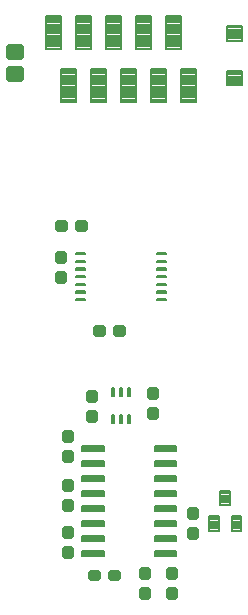
<source format=gbr>
G04 EAGLE Gerber RS-274X export*
G75*
%MOMM*%
%FSLAX34Y34*%
%LPD*%
%INSolderpaste Top*%
%IPPOS*%
%AMOC8*
5,1,8,0,0,1.08239X$1,22.5*%
G01*
%ADD10C,0.500000*%
%ADD11C,0.650000*%
%ADD12C,0.196000*%
%ADD13C,0.195000*%
%ADD14C,0.201166*%
%ADD15C,0.198119*%
%ADD16C,0.200000*%
%ADD17C,0.198688*%


D10*
X-48500Y2500D02*
X-48500Y-3500D01*
X-53500Y-3500D01*
X-53500Y2500D01*
X-48500Y2500D01*
X-48500Y1250D02*
X-53500Y1250D01*
X-48500Y13500D02*
X-48500Y19500D01*
X-48500Y13500D02*
X-53500Y13500D01*
X-53500Y19500D01*
X-48500Y19500D01*
X-48500Y18250D02*
X-53500Y18250D01*
D11*
X-94250Y187250D02*
X-94250Y193750D01*
X-85750Y193750D01*
X-85750Y187250D01*
X-94250Y187250D01*
X-94250Y193425D02*
X-85750Y193425D01*
X-94250Y174750D02*
X-94250Y168250D01*
X-94250Y174750D02*
X-85750Y174750D01*
X-85750Y168250D01*
X-94250Y168250D01*
X-94250Y174425D02*
X-85750Y174425D01*
D10*
X-8500Y-250500D02*
X-2500Y-250500D01*
X-2500Y-255500D01*
X-8500Y-255500D01*
X-8500Y-250500D01*
X-8500Y-250750D02*
X-2500Y-250750D01*
X-19500Y-250500D02*
X-25500Y-250500D01*
X-19500Y-250500D02*
X-19500Y-255500D01*
X-25500Y-255500D01*
X-25500Y-250500D01*
X-25500Y-250750D02*
X-19500Y-250750D01*
X-21500Y-48500D02*
X-15500Y-48500D01*
X-21500Y-48500D02*
X-21500Y-43500D01*
X-15500Y-43500D01*
X-15500Y-48500D01*
X-15500Y-43750D02*
X-21500Y-43750D01*
X-4500Y-48500D02*
X1500Y-48500D01*
X-4500Y-48500D02*
X-4500Y-43500D01*
X1500Y-43500D01*
X1500Y-48500D01*
X1500Y-43750D02*
X-4500Y-43750D01*
D12*
X89980Y161980D02*
X89980Y174020D01*
X102020Y174020D01*
X102020Y161980D01*
X89980Y161980D01*
X89980Y163842D02*
X102020Y163842D01*
X102020Y165704D02*
X89980Y165704D01*
X89980Y167566D02*
X102020Y167566D01*
X102020Y169428D02*
X89980Y169428D01*
X89980Y171290D02*
X102020Y171290D01*
X102020Y173152D02*
X89980Y173152D01*
X89980Y199980D02*
X89980Y212020D01*
X102020Y212020D01*
X102020Y199980D01*
X89980Y199980D01*
X89980Y201842D02*
X102020Y201842D01*
X102020Y203704D02*
X89980Y203704D01*
X89980Y205566D02*
X102020Y205566D01*
X102020Y207428D02*
X89980Y207428D01*
X89980Y209290D02*
X102020Y209290D01*
X102020Y211152D02*
X89980Y211152D01*
D13*
X63675Y176125D02*
X50625Y176125D01*
X63675Y176125D02*
X63675Y148075D01*
X50625Y148075D01*
X50625Y176125D01*
X50625Y149927D02*
X63675Y149927D01*
X63675Y151779D02*
X50625Y151779D01*
X50625Y153631D02*
X63675Y153631D01*
X63675Y155483D02*
X50625Y155483D01*
X50625Y157335D02*
X63675Y157335D01*
X63675Y159187D02*
X50625Y159187D01*
X50625Y161039D02*
X63675Y161039D01*
X63675Y162891D02*
X50625Y162891D01*
X50625Y164743D02*
X63675Y164743D01*
X63675Y166595D02*
X50625Y166595D01*
X50625Y168447D02*
X63675Y168447D01*
X63675Y170299D02*
X50625Y170299D01*
X50625Y172151D02*
X63675Y172151D01*
X63675Y174003D02*
X50625Y174003D01*
X50625Y175855D02*
X63675Y175855D01*
X50975Y221125D02*
X37925Y221125D01*
X50975Y221125D02*
X50975Y193075D01*
X37925Y193075D01*
X37925Y221125D01*
X37925Y194927D02*
X50975Y194927D01*
X50975Y196779D02*
X37925Y196779D01*
X37925Y198631D02*
X50975Y198631D01*
X50975Y200483D02*
X37925Y200483D01*
X37925Y202335D02*
X50975Y202335D01*
X50975Y204187D02*
X37925Y204187D01*
X37925Y206039D02*
X50975Y206039D01*
X50975Y207891D02*
X37925Y207891D01*
X37925Y209743D02*
X50975Y209743D01*
X50975Y211595D02*
X37925Y211595D01*
X37925Y213447D02*
X50975Y213447D01*
X50975Y215299D02*
X37925Y215299D01*
X37925Y217151D02*
X50975Y217151D01*
X50975Y219003D02*
X37925Y219003D01*
X37925Y220855D02*
X50975Y220855D01*
X38275Y176125D02*
X25225Y176125D01*
X38275Y176125D02*
X38275Y148075D01*
X25225Y148075D01*
X25225Y176125D01*
X25225Y149927D02*
X38275Y149927D01*
X38275Y151779D02*
X25225Y151779D01*
X25225Y153631D02*
X38275Y153631D01*
X38275Y155483D02*
X25225Y155483D01*
X25225Y157335D02*
X38275Y157335D01*
X38275Y159187D02*
X25225Y159187D01*
X25225Y161039D02*
X38275Y161039D01*
X38275Y162891D02*
X25225Y162891D01*
X25225Y164743D02*
X38275Y164743D01*
X38275Y166595D02*
X25225Y166595D01*
X25225Y168447D02*
X38275Y168447D01*
X38275Y170299D02*
X25225Y170299D01*
X25225Y172151D02*
X38275Y172151D01*
X38275Y174003D02*
X25225Y174003D01*
X25225Y175855D02*
X38275Y175855D01*
X25575Y221125D02*
X12525Y221125D01*
X25575Y221125D02*
X25575Y193075D01*
X12525Y193075D01*
X12525Y221125D01*
X12525Y194927D02*
X25575Y194927D01*
X25575Y196779D02*
X12525Y196779D01*
X12525Y198631D02*
X25575Y198631D01*
X25575Y200483D02*
X12525Y200483D01*
X12525Y202335D02*
X25575Y202335D01*
X25575Y204187D02*
X12525Y204187D01*
X12525Y206039D02*
X25575Y206039D01*
X25575Y207891D02*
X12525Y207891D01*
X12525Y209743D02*
X25575Y209743D01*
X25575Y211595D02*
X12525Y211595D01*
X12525Y213447D02*
X25575Y213447D01*
X25575Y215299D02*
X12525Y215299D01*
X12525Y217151D02*
X25575Y217151D01*
X25575Y219003D02*
X12525Y219003D01*
X12525Y220855D02*
X25575Y220855D01*
X12875Y176125D02*
X-175Y176125D01*
X12875Y176125D02*
X12875Y148075D01*
X-175Y148075D01*
X-175Y176125D01*
X-175Y149927D02*
X12875Y149927D01*
X12875Y151779D02*
X-175Y151779D01*
X-175Y153631D02*
X12875Y153631D01*
X12875Y155483D02*
X-175Y155483D01*
X-175Y157335D02*
X12875Y157335D01*
X12875Y159187D02*
X-175Y159187D01*
X-175Y161039D02*
X12875Y161039D01*
X12875Y162891D02*
X-175Y162891D01*
X-175Y164743D02*
X12875Y164743D01*
X12875Y166595D02*
X-175Y166595D01*
X-175Y168447D02*
X12875Y168447D01*
X12875Y170299D02*
X-175Y170299D01*
X-175Y172151D02*
X12875Y172151D01*
X12875Y174003D02*
X-175Y174003D01*
X-175Y175855D02*
X12875Y175855D01*
X175Y221125D02*
X-12875Y221125D01*
X175Y221125D02*
X175Y193075D01*
X-12875Y193075D01*
X-12875Y221125D01*
X-12875Y194927D02*
X175Y194927D01*
X175Y196779D02*
X-12875Y196779D01*
X-12875Y198631D02*
X175Y198631D01*
X175Y200483D02*
X-12875Y200483D01*
X-12875Y202335D02*
X175Y202335D01*
X175Y204187D02*
X-12875Y204187D01*
X-12875Y206039D02*
X175Y206039D01*
X175Y207891D02*
X-12875Y207891D01*
X-12875Y209743D02*
X175Y209743D01*
X175Y211595D02*
X-12875Y211595D01*
X-12875Y213447D02*
X175Y213447D01*
X175Y215299D02*
X-12875Y215299D01*
X-12875Y217151D02*
X175Y217151D01*
X175Y219003D02*
X-12875Y219003D01*
X-12875Y220855D02*
X175Y220855D01*
X-12525Y176125D02*
X-25575Y176125D01*
X-12525Y176125D02*
X-12525Y148075D01*
X-25575Y148075D01*
X-25575Y176125D01*
X-25575Y149927D02*
X-12525Y149927D01*
X-12525Y151779D02*
X-25575Y151779D01*
X-25575Y153631D02*
X-12525Y153631D01*
X-12525Y155483D02*
X-25575Y155483D01*
X-25575Y157335D02*
X-12525Y157335D01*
X-12525Y159187D02*
X-25575Y159187D01*
X-25575Y161039D02*
X-12525Y161039D01*
X-12525Y162891D02*
X-25575Y162891D01*
X-25575Y164743D02*
X-12525Y164743D01*
X-12525Y166595D02*
X-25575Y166595D01*
X-25575Y168447D02*
X-12525Y168447D01*
X-12525Y170299D02*
X-25575Y170299D01*
X-25575Y172151D02*
X-12525Y172151D01*
X-12525Y174003D02*
X-25575Y174003D01*
X-25575Y175855D02*
X-12525Y175855D01*
X-25225Y221125D02*
X-38275Y221125D01*
X-25225Y221125D02*
X-25225Y193075D01*
X-38275Y193075D01*
X-38275Y221125D01*
X-38275Y194927D02*
X-25225Y194927D01*
X-25225Y196779D02*
X-38275Y196779D01*
X-38275Y198631D02*
X-25225Y198631D01*
X-25225Y200483D02*
X-38275Y200483D01*
X-38275Y202335D02*
X-25225Y202335D01*
X-25225Y204187D02*
X-38275Y204187D01*
X-38275Y206039D02*
X-25225Y206039D01*
X-25225Y207891D02*
X-38275Y207891D01*
X-38275Y209743D02*
X-25225Y209743D01*
X-25225Y211595D02*
X-38275Y211595D01*
X-38275Y213447D02*
X-25225Y213447D01*
X-25225Y215299D02*
X-38275Y215299D01*
X-38275Y217151D02*
X-25225Y217151D01*
X-25225Y219003D02*
X-38275Y219003D01*
X-38275Y220855D02*
X-25225Y220855D01*
X-37925Y176125D02*
X-50975Y176125D01*
X-37925Y176125D02*
X-37925Y148075D01*
X-50975Y148075D01*
X-50975Y176125D01*
X-50975Y149927D02*
X-37925Y149927D01*
X-37925Y151779D02*
X-50975Y151779D01*
X-50975Y153631D02*
X-37925Y153631D01*
X-37925Y155483D02*
X-50975Y155483D01*
X-50975Y157335D02*
X-37925Y157335D01*
X-37925Y159187D02*
X-50975Y159187D01*
X-50975Y161039D02*
X-37925Y161039D01*
X-37925Y162891D02*
X-50975Y162891D01*
X-50975Y164743D02*
X-37925Y164743D01*
X-37925Y166595D02*
X-50975Y166595D01*
X-50975Y168447D02*
X-37925Y168447D01*
X-37925Y170299D02*
X-50975Y170299D01*
X-50975Y172151D02*
X-37925Y172151D01*
X-37925Y174003D02*
X-50975Y174003D01*
X-50975Y175855D02*
X-37925Y175855D01*
X-50625Y221125D02*
X-63675Y221125D01*
X-50625Y221125D02*
X-50625Y193075D01*
X-63675Y193075D01*
X-63675Y221125D01*
X-63675Y194927D02*
X-50625Y194927D01*
X-50625Y196779D02*
X-63675Y196779D01*
X-63675Y198631D02*
X-50625Y198631D01*
X-50625Y200483D02*
X-63675Y200483D01*
X-63675Y202335D02*
X-50625Y202335D01*
X-50625Y204187D02*
X-63675Y204187D01*
X-63675Y206039D02*
X-50625Y206039D01*
X-50625Y207891D02*
X-63675Y207891D01*
X-63675Y209743D02*
X-50625Y209743D01*
X-50625Y211595D02*
X-63675Y211595D01*
X-63675Y213447D02*
X-50625Y213447D01*
X-50625Y215299D02*
X-63675Y215299D01*
X-63675Y217151D02*
X-50625Y217151D01*
X-50625Y219003D02*
X-63675Y219003D01*
X-63675Y220855D02*
X-50625Y220855D01*
D10*
X-42500Y-149500D02*
X-42500Y-155500D01*
X-47500Y-155500D01*
X-47500Y-149500D01*
X-42500Y-149500D01*
X-42500Y-150750D02*
X-47500Y-150750D01*
X-42500Y-138500D02*
X-42500Y-132500D01*
X-42500Y-138500D02*
X-47500Y-138500D01*
X-47500Y-132500D01*
X-42500Y-132500D01*
X-42500Y-133750D02*
X-47500Y-133750D01*
X-47500Y-213500D02*
X-47500Y-219500D01*
X-47500Y-213500D02*
X-42500Y-213500D01*
X-42500Y-219500D01*
X-47500Y-219500D01*
X-47500Y-214750D02*
X-42500Y-214750D01*
X-47500Y-230500D02*
X-47500Y-236500D01*
X-47500Y-230500D02*
X-42500Y-230500D01*
X-42500Y-236500D01*
X-47500Y-236500D01*
X-47500Y-231750D02*
X-42500Y-231750D01*
D14*
X30375Y18982D02*
X30375Y20018D01*
X38269Y20018D01*
X38269Y18982D01*
X30375Y18982D01*
X30375Y13518D02*
X30375Y12482D01*
X30375Y13518D02*
X38269Y13518D01*
X38269Y12482D01*
X30375Y12482D01*
X30375Y7018D02*
X30375Y5982D01*
X30375Y7018D02*
X38269Y7018D01*
X38269Y5982D01*
X30375Y5982D01*
X30375Y518D02*
X30375Y-518D01*
X30375Y518D02*
X38269Y518D01*
X38269Y-518D01*
X30375Y-518D01*
X30375Y-5982D02*
X30375Y-7018D01*
X30375Y-5982D02*
X38269Y-5982D01*
X38269Y-7018D01*
X30375Y-7018D01*
X30375Y-12482D02*
X30375Y-13518D01*
X30375Y-12482D02*
X38269Y-12482D01*
X38269Y-13518D01*
X30375Y-13518D01*
X30375Y-18982D02*
X30375Y-20018D01*
X30375Y-18982D02*
X38269Y-18982D01*
X38269Y-20018D01*
X30375Y-20018D01*
X-38269Y-20018D02*
X-38269Y-18982D01*
X-30375Y-18982D01*
X-30375Y-20018D01*
X-38269Y-20018D01*
X-38269Y-13518D02*
X-38269Y-12482D01*
X-30375Y-12482D01*
X-30375Y-13518D01*
X-38269Y-13518D01*
X-38269Y-7018D02*
X-38269Y-5982D01*
X-30375Y-5982D01*
X-30375Y-7018D01*
X-38269Y-7018D01*
X-38269Y-518D02*
X-38269Y518D01*
X-30375Y518D01*
X-30375Y-518D01*
X-38269Y-518D01*
X-38269Y5982D02*
X-38269Y7018D01*
X-30375Y7018D01*
X-30375Y5982D01*
X-38269Y5982D01*
X-38269Y12482D02*
X-38269Y13518D01*
X-30375Y13518D01*
X-30375Y12482D01*
X-38269Y12482D01*
X-38269Y18982D02*
X-38269Y20018D01*
X-30375Y20018D01*
X-30375Y18982D01*
X-38269Y18982D01*
D10*
X-36500Y45500D02*
X-30500Y45500D01*
X-30500Y40500D01*
X-36500Y40500D01*
X-36500Y45500D01*
X-36500Y45250D02*
X-30500Y45250D01*
X-47500Y45500D02*
X-53500Y45500D01*
X-47500Y45500D02*
X-47500Y40500D01*
X-53500Y40500D01*
X-53500Y45500D01*
X-53500Y45250D02*
X-47500Y45250D01*
X29500Y-112500D02*
X29500Y-118500D01*
X24500Y-118500D01*
X24500Y-112500D01*
X29500Y-112500D01*
X29500Y-113750D02*
X24500Y-113750D01*
X29500Y-101500D02*
X29500Y-95500D01*
X29500Y-101500D02*
X24500Y-101500D01*
X24500Y-95500D01*
X29500Y-95500D01*
X29500Y-96750D02*
X24500Y-96750D01*
X-22500Y-115500D02*
X-22500Y-121500D01*
X-27500Y-121500D01*
X-27500Y-115500D01*
X-22500Y-115500D01*
X-22500Y-116750D02*
X-27500Y-116750D01*
X-22500Y-104500D02*
X-22500Y-98500D01*
X-22500Y-104500D02*
X-27500Y-104500D01*
X-27500Y-98500D01*
X-22500Y-98500D01*
X-22500Y-99750D02*
X-27500Y-99750D01*
D15*
X-32904Y-143238D02*
X-32904Y-147862D01*
X-32904Y-143238D02*
X-14564Y-143238D01*
X-14564Y-147862D01*
X-32904Y-147862D01*
X-32904Y-145980D02*
X-14564Y-145980D01*
X-14564Y-144098D02*
X-32904Y-144098D01*
X-32904Y-155938D02*
X-32904Y-160562D01*
X-32904Y-155938D02*
X-14564Y-155938D01*
X-14564Y-160562D01*
X-32904Y-160562D01*
X-32904Y-158680D02*
X-14564Y-158680D01*
X-14564Y-156798D02*
X-32904Y-156798D01*
X-32904Y-168638D02*
X-32904Y-173262D01*
X-32904Y-168638D02*
X-14564Y-168638D01*
X-14564Y-173262D01*
X-32904Y-173262D01*
X-32904Y-171380D02*
X-14564Y-171380D01*
X-14564Y-169498D02*
X-32904Y-169498D01*
X-32904Y-181338D02*
X-32904Y-185962D01*
X-32904Y-181338D02*
X-14564Y-181338D01*
X-14564Y-185962D01*
X-32904Y-185962D01*
X-32904Y-184080D02*
X-14564Y-184080D01*
X-14564Y-182198D02*
X-32904Y-182198D01*
X-32904Y-194038D02*
X-32904Y-198662D01*
X-32904Y-194038D02*
X-14564Y-194038D01*
X-14564Y-198662D01*
X-32904Y-198662D01*
X-32904Y-196780D02*
X-14564Y-196780D01*
X-14564Y-194898D02*
X-32904Y-194898D01*
X-32904Y-206738D02*
X-32904Y-211362D01*
X-32904Y-206738D02*
X-14564Y-206738D01*
X-14564Y-211362D01*
X-32904Y-211362D01*
X-32904Y-209480D02*
X-14564Y-209480D01*
X-14564Y-207598D02*
X-32904Y-207598D01*
X-32904Y-219438D02*
X-32904Y-224062D01*
X-32904Y-219438D02*
X-14564Y-219438D01*
X-14564Y-224062D01*
X-32904Y-224062D01*
X-32904Y-222180D02*
X-14564Y-222180D01*
X-14564Y-220298D02*
X-32904Y-220298D01*
X-32904Y-232138D02*
X-32904Y-236762D01*
X-32904Y-232138D02*
X-14564Y-232138D01*
X-14564Y-236762D01*
X-32904Y-236762D01*
X-32904Y-234880D02*
X-14564Y-234880D01*
X-14564Y-232998D02*
X-32904Y-232998D01*
X28564Y-232138D02*
X28564Y-236762D01*
X28564Y-232138D02*
X46904Y-232138D01*
X46904Y-236762D01*
X28564Y-236762D01*
X28564Y-234880D02*
X46904Y-234880D01*
X46904Y-232998D02*
X28564Y-232998D01*
X28564Y-224062D02*
X28564Y-219438D01*
X46904Y-219438D01*
X46904Y-224062D01*
X28564Y-224062D01*
X28564Y-222180D02*
X46904Y-222180D01*
X46904Y-220298D02*
X28564Y-220298D01*
X28564Y-211362D02*
X28564Y-206738D01*
X46904Y-206738D01*
X46904Y-211362D01*
X28564Y-211362D01*
X28564Y-209480D02*
X46904Y-209480D01*
X46904Y-207598D02*
X28564Y-207598D01*
X28564Y-198662D02*
X28564Y-194038D01*
X46904Y-194038D01*
X46904Y-198662D01*
X28564Y-198662D01*
X28564Y-196780D02*
X46904Y-196780D01*
X46904Y-194898D02*
X28564Y-194898D01*
X28564Y-185962D02*
X28564Y-181338D01*
X46904Y-181338D01*
X46904Y-185962D01*
X28564Y-185962D01*
X28564Y-184080D02*
X46904Y-184080D01*
X46904Y-182198D02*
X28564Y-182198D01*
X28564Y-173262D02*
X28564Y-168638D01*
X46904Y-168638D01*
X46904Y-173262D01*
X28564Y-173262D01*
X28564Y-171380D02*
X46904Y-171380D01*
X46904Y-169498D02*
X28564Y-169498D01*
X28564Y-160562D02*
X28564Y-155938D01*
X46904Y-155938D01*
X46904Y-160562D01*
X28564Y-160562D01*
X28564Y-158680D02*
X46904Y-158680D01*
X46904Y-156798D02*
X28564Y-156798D01*
X28564Y-147862D02*
X28564Y-143238D01*
X46904Y-143238D01*
X46904Y-147862D01*
X28564Y-147862D01*
X28564Y-145980D02*
X46904Y-145980D01*
X46904Y-144098D02*
X28564Y-144098D01*
D10*
X-47500Y-173500D02*
X-47500Y-179500D01*
X-47500Y-173500D02*
X-42500Y-173500D01*
X-42500Y-179500D01*
X-47500Y-179500D01*
X-47500Y-174750D02*
X-42500Y-174750D01*
X-47500Y-190500D02*
X-47500Y-196500D01*
X-47500Y-190500D02*
X-42500Y-190500D01*
X-42500Y-196500D01*
X-47500Y-196500D01*
X-47500Y-191750D02*
X-42500Y-191750D01*
D16*
X74500Y-215000D02*
X82500Y-215000D01*
X74500Y-215000D02*
X74500Y-203000D01*
X82500Y-203000D01*
X82500Y-215000D01*
X82500Y-213100D02*
X74500Y-213100D01*
X74500Y-211200D02*
X82500Y-211200D01*
X82500Y-209300D02*
X74500Y-209300D01*
X74500Y-207400D02*
X82500Y-207400D01*
X82500Y-205500D02*
X74500Y-205500D01*
X74500Y-203600D02*
X82500Y-203600D01*
X93500Y-215000D02*
X101500Y-215000D01*
X93500Y-215000D02*
X93500Y-203000D01*
X101500Y-203000D01*
X101500Y-215000D01*
X101500Y-213100D02*
X93500Y-213100D01*
X93500Y-211200D02*
X101500Y-211200D01*
X101500Y-209300D02*
X93500Y-209300D01*
X93500Y-207400D02*
X101500Y-207400D01*
X101500Y-205500D02*
X93500Y-205500D01*
X93500Y-203600D02*
X101500Y-203600D01*
X92000Y-193000D02*
X84000Y-193000D01*
X84000Y-181000D01*
X92000Y-181000D01*
X92000Y-193000D01*
X92000Y-191100D02*
X84000Y-191100D01*
X84000Y-189200D02*
X92000Y-189200D01*
X92000Y-187300D02*
X84000Y-187300D01*
X84000Y-185400D02*
X92000Y-185400D01*
X92000Y-183500D02*
X84000Y-183500D01*
X84000Y-181600D02*
X92000Y-181600D01*
D10*
X17500Y-248500D02*
X17500Y-254500D01*
X17500Y-248500D02*
X22500Y-248500D01*
X22500Y-254500D01*
X17500Y-254500D01*
X17500Y-249750D02*
X22500Y-249750D01*
X17500Y-265500D02*
X17500Y-271500D01*
X17500Y-265500D02*
X22500Y-265500D01*
X22500Y-271500D01*
X17500Y-271500D01*
X17500Y-266750D02*
X22500Y-266750D01*
X45500Y-265500D02*
X45500Y-271500D01*
X40500Y-271500D01*
X40500Y-265500D01*
X45500Y-265500D01*
X45500Y-266750D02*
X40500Y-266750D01*
X45500Y-254500D02*
X45500Y-248500D01*
X45500Y-254500D02*
X40500Y-254500D01*
X40500Y-248500D01*
X45500Y-248500D01*
X45500Y-249750D02*
X40500Y-249750D01*
X63500Y-220500D02*
X63500Y-214500D01*
X63500Y-220500D02*
X58500Y-220500D01*
X58500Y-214500D01*
X63500Y-214500D01*
X63500Y-215750D02*
X58500Y-215750D01*
X63500Y-203500D02*
X63500Y-197500D01*
X63500Y-203500D02*
X58500Y-203500D01*
X58500Y-197500D01*
X63500Y-197500D01*
X63500Y-198750D02*
X58500Y-198750D01*
D17*
X-5719Y-123445D02*
X-5719Y-116725D01*
X-5719Y-123445D02*
X-7281Y-123445D01*
X-7281Y-116725D01*
X-5719Y-116725D01*
X-5719Y-121557D02*
X-7281Y-121557D01*
X-7281Y-119669D02*
X-5719Y-119669D01*
X-5719Y-117781D02*
X-7281Y-117781D01*
X781Y-116725D02*
X781Y-123445D01*
X-781Y-123445D01*
X-781Y-116725D01*
X781Y-116725D01*
X781Y-121557D02*
X-781Y-121557D01*
X-781Y-119669D02*
X781Y-119669D01*
X781Y-117781D02*
X-781Y-117781D01*
X7281Y-116725D02*
X7281Y-123445D01*
X5719Y-123445D01*
X5719Y-116725D01*
X7281Y-116725D01*
X7281Y-121557D02*
X5719Y-121557D01*
X5719Y-119669D02*
X7281Y-119669D01*
X7281Y-117781D02*
X5719Y-117781D01*
X7281Y-101276D02*
X7281Y-94556D01*
X7281Y-101276D02*
X5719Y-101276D01*
X5719Y-94556D01*
X7281Y-94556D01*
X7281Y-99388D02*
X5719Y-99388D01*
X5719Y-97500D02*
X7281Y-97500D01*
X7281Y-95612D02*
X5719Y-95612D01*
X781Y-94556D02*
X781Y-101276D01*
X-781Y-101276D01*
X-781Y-94556D01*
X781Y-94556D01*
X781Y-99388D02*
X-781Y-99388D01*
X-781Y-97500D02*
X781Y-97500D01*
X781Y-95612D02*
X-781Y-95612D01*
X-5719Y-94556D02*
X-5719Y-101276D01*
X-7281Y-101276D01*
X-7281Y-94556D01*
X-5719Y-94556D01*
X-5719Y-99388D02*
X-7281Y-99388D01*
X-7281Y-97500D02*
X-5719Y-97500D01*
X-5719Y-95612D02*
X-7281Y-95612D01*
M02*

</source>
